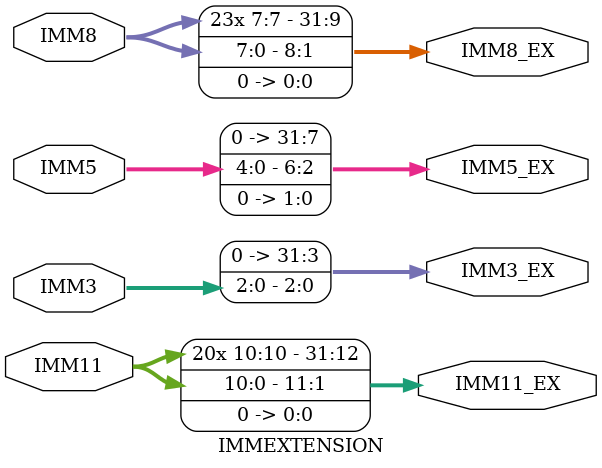
<source format=v>
module IMMEXTENSION(
   input wire [2:0] IMM3,
   input wire [4:0] IMM5,
   input wire [7:0] IMM8,
   input wire [10:0] IMM11,
   output wire [31:0] IMM3_EX,
   output wire [31:0] IMM5_EX,
   output wire [31:0] IMM8_EX,
   output wire [31:0] IMM11_EX
); // ???? IMM3,IMM5,IMM8,IMM11 ???? IMM3_EX,IMM5_EX,IMM8_EX,IMM11_EX ??
   assign IMM3_EX = {29'd0, IMM3};
   assign IMM5_EX = {25'd0, IMM5,2'd0};
   assign IMM8_EX = {{23{IMM8[7]}}, IMM8, 1'b0};
   assign IMM11_EX = {{20{IMM11[10]}}, IMM11, 1'b0};
//IMM3_EX,IMM5_EX,IMM8_EX,IMM11_EX? ?? ??? ??? ?? ??.
endmodule


</source>
